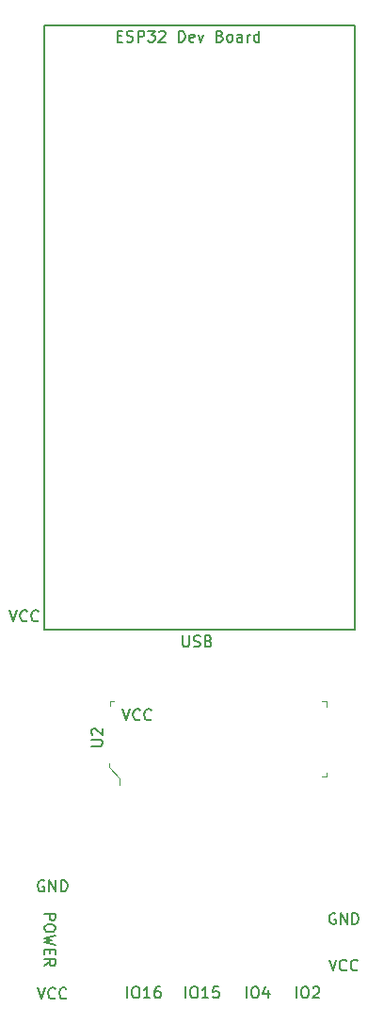
<source format=gbr>
%TF.GenerationSoftware,KiCad,Pcbnew,6.0.0-d3dd2cf0fa~116~ubuntu20.04.1*%
%TF.CreationDate,2022-12-05T21:16:53-06:00*%
%TF.ProjectId,esp32-led-driver-2,65737033-322d-46c6-9564-2d6472697665,rev?*%
%TF.SameCoordinates,Original*%
%TF.FileFunction,Legend,Top*%
%TF.FilePolarity,Positive*%
%FSLAX46Y46*%
G04 Gerber Fmt 4.6, Leading zero omitted, Abs format (unit mm)*
G04 Created by KiCad (PCBNEW 6.0.0-d3dd2cf0fa~116~ubuntu20.04.1) date 2022-12-05 21:16:53*
%MOMM*%
%LPD*%
G01*
G04 APERTURE LIST*
%ADD10C,0.150000*%
%ADD11C,0.127000*%
%ADD12C,0.100000*%
G04 APERTURE END LIST*
D10*
X73250000Y-153702380D02*
X73250000Y-152702380D01*
X73916666Y-152702380D02*
X74107142Y-152702380D01*
X74202380Y-152750000D01*
X74297619Y-152845238D01*
X74345238Y-153035714D01*
X74345238Y-153369047D01*
X74297619Y-153559523D01*
X74202380Y-153654761D01*
X74107142Y-153702380D01*
X73916666Y-153702380D01*
X73821428Y-153654761D01*
X73726190Y-153559523D01*
X73678571Y-153369047D01*
X73678571Y-153035714D01*
X73726190Y-152845238D01*
X73821428Y-152750000D01*
X73916666Y-152702380D01*
X74726190Y-152797619D02*
X74773809Y-152750000D01*
X74869047Y-152702380D01*
X75107142Y-152702380D01*
X75202380Y-152750000D01*
X75250000Y-152797619D01*
X75297619Y-152892857D01*
X75297619Y-152988095D01*
X75250000Y-153130952D01*
X74678571Y-153702380D01*
X75297619Y-153702380D01*
X68750000Y-153702380D02*
X68750000Y-152702380D01*
X69416666Y-152702380D02*
X69607142Y-152702380D01*
X69702380Y-152750000D01*
X69797619Y-152845238D01*
X69845238Y-153035714D01*
X69845238Y-153369047D01*
X69797619Y-153559523D01*
X69702380Y-153654761D01*
X69607142Y-153702380D01*
X69416666Y-153702380D01*
X69321428Y-153654761D01*
X69226190Y-153559523D01*
X69178571Y-153369047D01*
X69178571Y-153035714D01*
X69226190Y-152845238D01*
X69321428Y-152750000D01*
X69416666Y-152702380D01*
X70702380Y-153035714D02*
X70702380Y-153702380D01*
X70464285Y-152654761D02*
X70226190Y-153369047D01*
X70845238Y-153369047D01*
X63273809Y-153702380D02*
X63273809Y-152702380D01*
X63940476Y-152702380D02*
X64130952Y-152702380D01*
X64226190Y-152750000D01*
X64321428Y-152845238D01*
X64369047Y-153035714D01*
X64369047Y-153369047D01*
X64321428Y-153559523D01*
X64226190Y-153654761D01*
X64130952Y-153702380D01*
X63940476Y-153702380D01*
X63845238Y-153654761D01*
X63750000Y-153559523D01*
X63702380Y-153369047D01*
X63702380Y-153035714D01*
X63750000Y-152845238D01*
X63845238Y-152750000D01*
X63940476Y-152702380D01*
X65321428Y-153702380D02*
X64750000Y-153702380D01*
X65035714Y-153702380D02*
X65035714Y-152702380D01*
X64940476Y-152845238D01*
X64845238Y-152940476D01*
X64750000Y-152988095D01*
X66226190Y-152702380D02*
X65750000Y-152702380D01*
X65702380Y-153178571D01*
X65750000Y-153130952D01*
X65845238Y-153083333D01*
X66083333Y-153083333D01*
X66178571Y-153130952D01*
X66226190Y-153178571D01*
X66273809Y-153273809D01*
X66273809Y-153511904D01*
X66226190Y-153607142D01*
X66178571Y-153654761D01*
X66083333Y-153702380D01*
X65845238Y-153702380D01*
X65750000Y-153654761D01*
X65702380Y-153607142D01*
X58023809Y-153702380D02*
X58023809Y-152702380D01*
X58690476Y-152702380D02*
X58880952Y-152702380D01*
X58976190Y-152750000D01*
X59071428Y-152845238D01*
X59119047Y-153035714D01*
X59119047Y-153369047D01*
X59071428Y-153559523D01*
X58976190Y-153654761D01*
X58880952Y-153702380D01*
X58690476Y-153702380D01*
X58595238Y-153654761D01*
X58500000Y-153559523D01*
X58452380Y-153369047D01*
X58452380Y-153035714D01*
X58500000Y-152845238D01*
X58595238Y-152750000D01*
X58690476Y-152702380D01*
X60071428Y-153702380D02*
X59500000Y-153702380D01*
X59785714Y-153702380D02*
X59785714Y-152702380D01*
X59690476Y-152845238D01*
X59595238Y-152940476D01*
X59500000Y-152988095D01*
X60928571Y-152702380D02*
X60738095Y-152702380D01*
X60642857Y-152750000D01*
X60595238Y-152797619D01*
X60500000Y-152940476D01*
X60452380Y-153130952D01*
X60452380Y-153511904D01*
X60500000Y-153607142D01*
X60547619Y-153654761D01*
X60642857Y-153702380D01*
X60833333Y-153702380D01*
X60928571Y-153654761D01*
X60976190Y-153607142D01*
X61023809Y-153511904D01*
X61023809Y-153273809D01*
X60976190Y-153178571D01*
X60928571Y-153130952D01*
X60833333Y-153083333D01*
X60642857Y-153083333D01*
X60547619Y-153130952D01*
X60500000Y-153178571D01*
X60452380Y-153273809D01*
X76738095Y-146100000D02*
X76642857Y-146052380D01*
X76500000Y-146052380D01*
X76357142Y-146100000D01*
X76261904Y-146195238D01*
X76214285Y-146290476D01*
X76166666Y-146480952D01*
X76166666Y-146623809D01*
X76214285Y-146814285D01*
X76261904Y-146909523D01*
X76357142Y-147004761D01*
X76500000Y-147052380D01*
X76595238Y-147052380D01*
X76738095Y-147004761D01*
X76785714Y-146957142D01*
X76785714Y-146623809D01*
X76595238Y-146623809D01*
X77214285Y-147052380D02*
X77214285Y-146052380D01*
X77785714Y-147052380D01*
X77785714Y-146052380D01*
X78261904Y-147052380D02*
X78261904Y-146052380D01*
X78500000Y-146052380D01*
X78642857Y-146100000D01*
X78738095Y-146195238D01*
X78785714Y-146290476D01*
X78833333Y-146480952D01*
X78833333Y-146623809D01*
X78785714Y-146814285D01*
X78738095Y-146909523D01*
X78642857Y-147004761D01*
X78500000Y-147052380D01*
X78261904Y-147052380D01*
X76166666Y-150252380D02*
X76500000Y-151252380D01*
X76833333Y-150252380D01*
X77738095Y-151157142D02*
X77690476Y-151204761D01*
X77547619Y-151252380D01*
X77452380Y-151252380D01*
X77309523Y-151204761D01*
X77214285Y-151109523D01*
X77166666Y-151014285D01*
X77119047Y-150823809D01*
X77119047Y-150680952D01*
X77166666Y-150490476D01*
X77214285Y-150395238D01*
X77309523Y-150300000D01*
X77452380Y-150252380D01*
X77547619Y-150252380D01*
X77690476Y-150300000D01*
X77738095Y-150347619D01*
X78738095Y-151157142D02*
X78690476Y-151204761D01*
X78547619Y-151252380D01*
X78452380Y-151252380D01*
X78309523Y-151204761D01*
X78214285Y-151109523D01*
X78166666Y-151014285D01*
X78119047Y-150823809D01*
X78119047Y-150680952D01*
X78166666Y-150490476D01*
X78214285Y-150395238D01*
X78309523Y-150300000D01*
X78452380Y-150252380D01*
X78547619Y-150252380D01*
X78690476Y-150300000D01*
X78738095Y-150347619D01*
X50538095Y-143174000D02*
X50442857Y-143126380D01*
X50300000Y-143126380D01*
X50157142Y-143174000D01*
X50061904Y-143269238D01*
X50014285Y-143364476D01*
X49966666Y-143554952D01*
X49966666Y-143697809D01*
X50014285Y-143888285D01*
X50061904Y-143983523D01*
X50157142Y-144078761D01*
X50300000Y-144126380D01*
X50395238Y-144126380D01*
X50538095Y-144078761D01*
X50585714Y-144031142D01*
X50585714Y-143697809D01*
X50395238Y-143697809D01*
X51014285Y-144126380D02*
X51014285Y-143126380D01*
X51585714Y-144126380D01*
X51585714Y-143126380D01*
X52061904Y-144126380D02*
X52061904Y-143126380D01*
X52300000Y-143126380D01*
X52442857Y-143174000D01*
X52538095Y-143269238D01*
X52585714Y-143364476D01*
X52633333Y-143554952D01*
X52633333Y-143697809D01*
X52585714Y-143888285D01*
X52538095Y-143983523D01*
X52442857Y-144078761D01*
X52300000Y-144126380D01*
X52061904Y-144126380D01*
X63000095Y-121118380D02*
X63000095Y-121927904D01*
X63047714Y-122023142D01*
X63095333Y-122070761D01*
X63190571Y-122118380D01*
X63381047Y-122118380D01*
X63476285Y-122070761D01*
X63523904Y-122023142D01*
X63571523Y-121927904D01*
X63571523Y-121118380D01*
X64000095Y-122070761D02*
X64142952Y-122118380D01*
X64381047Y-122118380D01*
X64476285Y-122070761D01*
X64523904Y-122023142D01*
X64571523Y-121927904D01*
X64571523Y-121832666D01*
X64523904Y-121737428D01*
X64476285Y-121689809D01*
X64381047Y-121642190D01*
X64190571Y-121594571D01*
X64095333Y-121546952D01*
X64047714Y-121499333D01*
X64000095Y-121404095D01*
X64000095Y-121308857D01*
X64047714Y-121213619D01*
X64095333Y-121166000D01*
X64190571Y-121118380D01*
X64428666Y-121118380D01*
X64571523Y-121166000D01*
X65333428Y-121594571D02*
X65476285Y-121642190D01*
X65523904Y-121689809D01*
X65571523Y-121785047D01*
X65571523Y-121927904D01*
X65523904Y-122023142D01*
X65476285Y-122070761D01*
X65381047Y-122118380D01*
X65000095Y-122118380D01*
X65000095Y-121118380D01*
X65333428Y-121118380D01*
X65428666Y-121166000D01*
X65476285Y-121213619D01*
X65523904Y-121308857D01*
X65523904Y-121404095D01*
X65476285Y-121499333D01*
X65428666Y-121546952D01*
X65333428Y-121594571D01*
X65000095Y-121594571D01*
X47434666Y-118832380D02*
X47768000Y-119832380D01*
X48101333Y-118832380D01*
X49006095Y-119737142D02*
X48958476Y-119784761D01*
X48815619Y-119832380D01*
X48720380Y-119832380D01*
X48577523Y-119784761D01*
X48482285Y-119689523D01*
X48434666Y-119594285D01*
X48387047Y-119403809D01*
X48387047Y-119260952D01*
X48434666Y-119070476D01*
X48482285Y-118975238D01*
X48577523Y-118880000D01*
X48720380Y-118832380D01*
X48815619Y-118832380D01*
X48958476Y-118880000D01*
X49006095Y-118927619D01*
X50006095Y-119737142D02*
X49958476Y-119784761D01*
X49815619Y-119832380D01*
X49720380Y-119832380D01*
X49577523Y-119784761D01*
X49482285Y-119689523D01*
X49434666Y-119594285D01*
X49387047Y-119403809D01*
X49387047Y-119260952D01*
X49434666Y-119070476D01*
X49482285Y-118975238D01*
X49577523Y-118880000D01*
X49720380Y-118832380D01*
X49815619Y-118832380D01*
X49958476Y-118880000D01*
X50006095Y-118927619D01*
X57594666Y-127722380D02*
X57928000Y-128722380D01*
X58261333Y-127722380D01*
X59166095Y-128627142D02*
X59118476Y-128674761D01*
X58975619Y-128722380D01*
X58880380Y-128722380D01*
X58737523Y-128674761D01*
X58642285Y-128579523D01*
X58594666Y-128484285D01*
X58547047Y-128293809D01*
X58547047Y-128150952D01*
X58594666Y-127960476D01*
X58642285Y-127865238D01*
X58737523Y-127770000D01*
X58880380Y-127722380D01*
X58975619Y-127722380D01*
X59118476Y-127770000D01*
X59166095Y-127817619D01*
X60166095Y-128627142D02*
X60118476Y-128674761D01*
X59975619Y-128722380D01*
X59880380Y-128722380D01*
X59737523Y-128674761D01*
X59642285Y-128579523D01*
X59594666Y-128484285D01*
X59547047Y-128293809D01*
X59547047Y-128150952D01*
X59594666Y-127960476D01*
X59642285Y-127865238D01*
X59737523Y-127770000D01*
X59880380Y-127722380D01*
X59975619Y-127722380D01*
X60118476Y-127770000D01*
X60166095Y-127817619D01*
X49966666Y-152778380D02*
X50300000Y-153778380D01*
X50633333Y-152778380D01*
X51538095Y-153683142D02*
X51490476Y-153730761D01*
X51347619Y-153778380D01*
X51252380Y-153778380D01*
X51109523Y-153730761D01*
X51014285Y-153635523D01*
X50966666Y-153540285D01*
X50919047Y-153349809D01*
X50919047Y-153206952D01*
X50966666Y-153016476D01*
X51014285Y-152921238D01*
X51109523Y-152826000D01*
X51252380Y-152778380D01*
X51347619Y-152778380D01*
X51490476Y-152826000D01*
X51538095Y-152873619D01*
X52538095Y-153683142D02*
X52490476Y-153730761D01*
X52347619Y-153778380D01*
X52252380Y-153778380D01*
X52109523Y-153730761D01*
X52014285Y-153635523D01*
X51966666Y-153540285D01*
X51919047Y-153349809D01*
X51919047Y-153206952D01*
X51966666Y-153016476D01*
X52014285Y-152921238D01*
X52109523Y-152826000D01*
X52252380Y-152778380D01*
X52347619Y-152778380D01*
X52490476Y-152826000D01*
X52538095Y-152873619D01*
%TO.C,ESP32 Dev Board*%
X57116584Y-67178543D02*
X57450046Y-67178543D01*
X57592958Y-67702555D02*
X57116584Y-67702555D01*
X57116584Y-66702169D01*
X57592958Y-66702169D01*
X57974058Y-67654918D02*
X58116970Y-67702555D01*
X58355157Y-67702555D01*
X58450432Y-67654918D01*
X58498070Y-67607280D01*
X58545707Y-67512005D01*
X58545707Y-67416731D01*
X58498070Y-67321456D01*
X58450432Y-67273818D01*
X58355157Y-67226181D01*
X58164608Y-67178543D01*
X58069333Y-67130906D01*
X58021695Y-67083269D01*
X57974058Y-66987994D01*
X57974058Y-66892719D01*
X58021695Y-66797444D01*
X58069333Y-66749807D01*
X58164608Y-66702169D01*
X58402795Y-66702169D01*
X58545707Y-66749807D01*
X58974444Y-67702555D02*
X58974444Y-66702169D01*
X59355543Y-66702169D01*
X59450818Y-66749807D01*
X59498456Y-66797444D01*
X59546093Y-66892719D01*
X59546093Y-67035631D01*
X59498456Y-67130906D01*
X59450818Y-67178543D01*
X59355543Y-67226181D01*
X58974444Y-67226181D01*
X59879555Y-66702169D02*
X60498842Y-66702169D01*
X60165380Y-67083269D01*
X60308292Y-67083269D01*
X60403567Y-67130906D01*
X60451204Y-67178543D01*
X60498842Y-67273818D01*
X60498842Y-67512005D01*
X60451204Y-67607280D01*
X60403567Y-67654918D01*
X60308292Y-67702555D01*
X60022467Y-67702555D01*
X59927192Y-67654918D01*
X59879555Y-67607280D01*
X60879941Y-66797444D02*
X60927578Y-66749807D01*
X61022853Y-66702169D01*
X61261040Y-66702169D01*
X61356315Y-66749807D01*
X61403953Y-66797444D01*
X61451590Y-66892719D01*
X61451590Y-66987994D01*
X61403953Y-67130906D01*
X60832304Y-67702555D01*
X61451590Y-67702555D01*
X62642526Y-67702555D02*
X62642526Y-66702169D01*
X62880713Y-66702169D01*
X63023625Y-66749807D01*
X63118900Y-66845081D01*
X63166538Y-66940356D01*
X63214175Y-67130906D01*
X63214175Y-67273818D01*
X63166538Y-67464368D01*
X63118900Y-67559643D01*
X63023625Y-67654918D01*
X62880713Y-67702555D01*
X62642526Y-67702555D01*
X64024011Y-67654918D02*
X63928736Y-67702555D01*
X63738187Y-67702555D01*
X63642912Y-67654918D01*
X63595274Y-67559643D01*
X63595274Y-67178543D01*
X63642912Y-67083269D01*
X63738187Y-67035631D01*
X63928736Y-67035631D01*
X64024011Y-67083269D01*
X64071649Y-67178543D01*
X64071649Y-67273818D01*
X63595274Y-67369093D01*
X64405111Y-67035631D02*
X64643298Y-67702555D01*
X64881485Y-67035631D01*
X66358245Y-67178543D02*
X66501158Y-67226181D01*
X66548795Y-67273818D01*
X66596432Y-67369093D01*
X66596432Y-67512005D01*
X66548795Y-67607280D01*
X66501158Y-67654918D01*
X66405883Y-67702555D01*
X66024783Y-67702555D01*
X66024783Y-66702169D01*
X66358245Y-66702169D01*
X66453520Y-66749807D01*
X66501158Y-66797444D01*
X66548795Y-66892719D01*
X66548795Y-66987994D01*
X66501158Y-67083269D01*
X66453520Y-67130906D01*
X66358245Y-67178543D01*
X66024783Y-67178543D01*
X67168082Y-67702555D02*
X67072807Y-67654918D01*
X67025169Y-67607280D01*
X66977532Y-67512005D01*
X66977532Y-67226181D01*
X67025169Y-67130906D01*
X67072807Y-67083269D01*
X67168082Y-67035631D01*
X67310994Y-67035631D01*
X67406269Y-67083269D01*
X67453906Y-67130906D01*
X67501544Y-67226181D01*
X67501544Y-67512005D01*
X67453906Y-67607280D01*
X67406269Y-67654918D01*
X67310994Y-67702555D01*
X67168082Y-67702555D01*
X68359017Y-67702555D02*
X68359017Y-67178543D01*
X68311380Y-67083269D01*
X68216105Y-67035631D01*
X68025555Y-67035631D01*
X67930280Y-67083269D01*
X68359017Y-67654918D02*
X68263742Y-67702555D01*
X68025555Y-67702555D01*
X67930280Y-67654918D01*
X67882643Y-67559643D01*
X67882643Y-67464368D01*
X67930280Y-67369093D01*
X68025555Y-67321456D01*
X68263742Y-67321456D01*
X68359017Y-67273818D01*
X68835392Y-67702555D02*
X68835392Y-67035631D01*
X68835392Y-67226181D02*
X68883029Y-67130906D01*
X68930666Y-67083269D01*
X69025941Y-67035631D01*
X69121216Y-67035631D01*
X69883415Y-67702555D02*
X69883415Y-66702169D01*
X69883415Y-67654918D02*
X69788140Y-67702555D01*
X69597590Y-67702555D01*
X69502316Y-67654918D01*
X69454678Y-67607280D01*
X69407041Y-67512005D01*
X69407041Y-67226181D01*
X69454678Y-67130906D01*
X69502316Y-67083269D01*
X69597590Y-67035631D01*
X69788140Y-67035631D01*
X69883415Y-67083269D01*
%TO.C,U2*%
X54802380Y-131031904D02*
X55611904Y-131031904D01*
X55707142Y-130984285D01*
X55754761Y-130936666D01*
X55802380Y-130841428D01*
X55802380Y-130650952D01*
X55754761Y-130555714D01*
X55707142Y-130508095D01*
X55611904Y-130460476D01*
X54802380Y-130460476D01*
X54897619Y-130031904D02*
X54850000Y-129984285D01*
X54802380Y-129889047D01*
X54802380Y-129650952D01*
X54850000Y-129555714D01*
X54897619Y-129508095D01*
X54992857Y-129460476D01*
X55088095Y-129460476D01*
X55230952Y-129508095D01*
X55802380Y-130079523D01*
X55802380Y-129460476D01*
%TO.C,POWER*%
X50547619Y-146140476D02*
X51547619Y-146140476D01*
X51547619Y-146521428D01*
X51500000Y-146616666D01*
X51452380Y-146664285D01*
X51357142Y-146711904D01*
X51214285Y-146711904D01*
X51119047Y-146664285D01*
X51071428Y-146616666D01*
X51023809Y-146521428D01*
X51023809Y-146140476D01*
X51547619Y-147330952D02*
X51547619Y-147521428D01*
X51500000Y-147616666D01*
X51404761Y-147711904D01*
X51214285Y-147759523D01*
X50880952Y-147759523D01*
X50690476Y-147711904D01*
X50595238Y-147616666D01*
X50547619Y-147521428D01*
X50547619Y-147330952D01*
X50595238Y-147235714D01*
X50690476Y-147140476D01*
X50880952Y-147092857D01*
X51214285Y-147092857D01*
X51404761Y-147140476D01*
X51500000Y-147235714D01*
X51547619Y-147330952D01*
X51547619Y-148092857D02*
X50547619Y-148330952D01*
X51261904Y-148521428D01*
X50547619Y-148711904D01*
X51547619Y-148950000D01*
X51071428Y-149330952D02*
X51071428Y-149664285D01*
X50547619Y-149807142D02*
X50547619Y-149330952D01*
X51547619Y-149330952D01*
X51547619Y-149807142D01*
X50547619Y-150807142D02*
X51023809Y-150473809D01*
X50547619Y-150235714D02*
X51547619Y-150235714D01*
X51547619Y-150616666D01*
X51500000Y-150711904D01*
X51452380Y-150759523D01*
X51357142Y-150807142D01*
X51214285Y-150807142D01*
X51119047Y-150759523D01*
X51071428Y-150711904D01*
X51023809Y-150616666D01*
X51023809Y-150235714D01*
D11*
%TO.C,ESP32 Dev Board*%
X50566000Y-120595000D02*
X50566000Y-66195000D01*
X78466000Y-120595000D02*
X50566000Y-120595000D01*
X50566000Y-66195000D02*
X78466000Y-66195000D01*
X78466000Y-66195000D02*
X78466000Y-120595000D01*
D12*
%TO.C,U2*%
X57350000Y-134290000D02*
X57350000Y-134540000D01*
X57350000Y-133910000D02*
X57350000Y-134280000D01*
X56350000Y-132610000D02*
X56350000Y-132910000D01*
X56350000Y-132910000D02*
X57350000Y-133910000D01*
X56850000Y-127010000D02*
X56450000Y-127010000D01*
X56450000Y-127010000D02*
X56450000Y-127410000D01*
X75950000Y-127510000D02*
X75950000Y-127010000D01*
X75950000Y-127010000D02*
X75550000Y-127010000D01*
X75550000Y-133810000D02*
X75950000Y-133810000D01*
X75950000Y-133810000D02*
X75950000Y-133410000D01*
%TD*%
M02*

</source>
